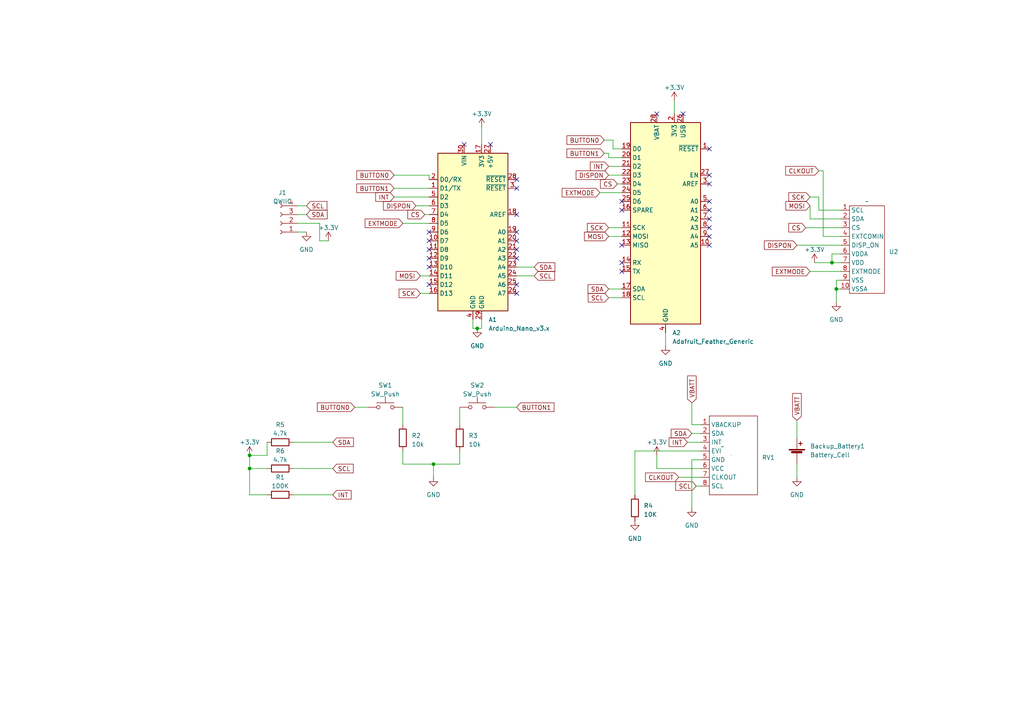
<source format=kicad_sch>
(kicad_sch (version 20230121) (generator eeschema)
  (paper "A4")
  (lib_symbols
    (symbol "Connector:Conn_01x04_Socket" (pin_names (offset 1.016) hide)
      (property "Reference" "J" (at 0 5.08 0))
      (property "Value" "Conn_01x04_Socket" (at 0 -7.62 0))
      (symbol "Conn_01x04_Socket_1_1"
        (arc (start 0 -4.572) (mid -0.5058 -5.08) (end 0 -5.588) (stroke (width 0.1524)))
        (arc (start 0 -2.032) (mid -0.5058 -2.54) (end 0 -3.048) (stroke (width 0.1524)))
        (polyline (pts (xy -1.27 -5.08) (xy -0.508 -5.08)) (stroke (width 0.1524)))
        (polyline (pts (xy -1.27 -2.54) (xy -0.508 -2.54)) (stroke (width 0.1524)))
        (polyline (pts (xy -1.27 0) (xy -0.508 0)) (stroke (width 0.1524)))
        (polyline (pts (xy -1.27 2.54) (xy -0.508 2.54)) (stroke (width 0.1524)))
        (arc (start 0 0.508) (mid -0.5058 0) (end 0 -0.508) (stroke (width 0.1524)))
        (arc (start 0 3.048) (mid -0.5058 2.54) (end 0 2.032) (stroke (width 0.1524)))
        (pin passive line (at -5.08 2.54 0) (length 3.81) (name "Pin_1") (number "1"))
        (pin passive line (at -5.08 0 0) (length 3.81) (name "Pin_2") (number "2"))
        (pin passive line (at -5.08 -2.54 0) (length 3.81) (name "Pin_3") (number "3"))
        (pin passive line (at -5.08 -5.08 0) (length 3.81) (name "Pin_4") (number "4"))
      )
    )
    (symbol "Device:Battery_Cell" (pin_numbers hide) (pin_names (offset 0) hide)
      (property "Reference" "BT" (at 2.54 2.54 0))
      (property "Value" "Battery_Cell" (at 2.54 0 0))
      (symbol "Battery_Cell_0_1"
        (rectangle (start -2.286 1.778) (end 2.286 1.524) (fill (type outline)))
        (rectangle (start -1.5748 1.1938) (end 1.4732 0.6858) (fill (type outline)))
        (polyline (pts (xy 0 0.762) (xy 0 0)))
        (polyline (pts (xy 0 1.778) (xy 0 2.54)))
        (polyline (pts (xy 0.508 3.429) (xy 1.524 3.429)) (stroke (width 0.254)))
        (polyline (pts (xy 1.016 3.937) (xy 1.016 2.921)) (stroke (width 0.254)))
      )
      (symbol "Battery_Cell_1_1"
        (pin passive line (at 0 5.08 270) (length 2.54) (name "+") (number "1"))
        (pin passive line (at 0 -2.54 90) (length 2.54) (name "-") (number "2"))
      )
    )
    (symbol "Device:R" (pin_numbers hide) (pin_names (offset 0))
      (property "Reference" "R" (at 2.032 0 90))
      (property "Value" "R" (at 0 0 90))
      (symbol "R_0_1"
        (rectangle (start -1.016 -2.54) (end 1.016 2.54) (stroke (width 0.254)))
      )
      (symbol "R_1_1"
        (pin passive line (at 0 3.81 270) (length 1.27) (name "~") (number "1"))
        (pin passive line (at 0 -3.81 90) (length 1.27) (name "~") (number "2"))
      )
    )
    (symbol "Larry_Library:RV_3032_C7"
      (property "Reference" "U" (at 2.54 10.16 0))
      (symbol "RV_3032_C7_0_1"
        (rectangle (start -3.81 8.89) (end 10.16 -13.97))
        (rectangle (start -2.54 -2.54) (end -2.54 -2.54))
        (rectangle (start -2.54 2.54) (end -2.54 2.54))
        (rectangle (start -1.27 1.27) (end -1.27 1.27))
        (rectangle (start 2.54 -2.54) (end 2.54 -2.54))
      )
      (symbol "RV_3032_C7_1_1"
        (pin output line (at -6.35 6.35 0) (length 2.54) (name "VBACKUP") (number "1"))
        (pin bidirectional line (at -6.35 3.81 0) (length 2.54) (name "SDA") (number "2"))
        (pin output line (at -6.35 1.27 0) (length 2.54) (name "INT") (number "3"))
        (pin input line (at -6.35 -1.27 0) (length 2.54) (name "EVI") (number "4"))
        (pin power_in line (at -6.35 -3.81 0) (length 2.54) (name "GND") (number "5"))
        (pin power_in line (at -6.35 -6.35 0) (length 2.54) (name "VCC") (number "6"))
        (pin output line (at -6.35 -8.89 0) (length 2.54) (name "CLKOUT") (number "7"))
        (pin input line (at -6.35 -11.43 0) (length 2.54) (name "SCL") (number "8"))
      )
    )
    (symbol "Larry_Library:Sharp_Memory_LCD"
      (property "Reference" "U" (at 0 0 0))
      (symbol "Sharp_Memory_LCD_0_1"
        (rectangle (start -5.08 -1.27) (end 5.08 -26.67))
      )
      (symbol "Sharp_Memory_LCD_1_1"
        (pin input line (at -7.62 -2.54 0) (length 2.54) (name "SCL") (number "1"))
        (pin power_in line (at -7.62 -25.4 0) (length 2.54) (name "VSSA") (number "10"))
        (pin input line (at -7.62 -5.08 0) (length 2.54) (name "SDA") (number "2"))
        (pin input line (at -7.62 -7.62 0) (length 2.54) (name "CS") (number "3"))
        (pin input line (at -7.62 -10.16 0) (length 2.54) (name "EXTCOMIN") (number "4"))
        (pin input line (at -7.62 -12.7 0) (length 2.54) (name "DISP_ON") (number "5"))
        (pin power_in line (at -7.62 -15.24 0) (length 2.54) (name "VDDA") (number "6"))
        (pin power_in line (at -7.62 -17.78 0) (length 2.54) (name "VDD") (number "7"))
        (pin input line (at -7.62 -20.32 0) (length 2.54) (name "EXTMODE") (number "8"))
        (pin power_in line (at -7.62 -22.86 0) (length 2.54) (name "VSS") (number "9"))
      )
    )
    (symbol "MCU_Module:Adafruit_Feather_Generic"
      (property "Reference" "A" (at -10.16 29.21 0))
      (property "Value" "Adafruit_Feather_Generic" (at 2.54 -31.75 0))
      (symbol "Adafruit_Feather_Generic_0_1"
        (rectangle (start -10.16 27.94) (end 10.16 -30.48) (stroke (width 0.254)) (fill (type background)))
      )
      (symbol "Adafruit_Feather_Generic_1_1"
        (pin input line (at 12.7 20.32 180) (length 2.54) (name "~{RESET}") (number "1"))
        (pin bidirectional line (at 12.7 -7.62 180) (length 2.54) (name "A5") (number "10"))
        (pin bidirectional line (at -12.7 -2.54 0) (length 2.54) (name "SCK") (number "11"))
        (pin bidirectional line (at -12.7 -5.08 0) (length 2.54) (name "MOSI") (number "12"))
        (pin bidirectional line (at -12.7 -7.62 0) (length 2.54) (name "MISO") (number "13"))
        (pin bidirectional line (at -12.7 -12.7 0) (length 2.54) (name "RX") (number "14"))
        (pin bidirectional line (at -12.7 -15.24 0) (length 2.54) (name "TX") (number "15"))
        (pin bidirectional line (at -12.7 2.54 0) (length 2.54) (name "SPARE") (number "16"))
        (pin bidirectional line (at -12.7 -20.32 0) (length 2.54) (name "SDA") (number "17"))
        (pin bidirectional line (at -12.7 -22.86 0) (length 2.54) (name "SCL") (number "18"))
        (pin bidirectional line (at -12.7 20.32 0) (length 2.54) (name "D0") (number "19"))
        (pin power_in line (at 2.54 30.48 270) (length 2.54) (name "3V3") (number "2"))
        (pin bidirectional line (at -12.7 17.78 0) (length 2.54) (name "D1") (number "20"))
        (pin bidirectional line (at -12.7 15.24 0) (length 2.54) (name "D2") (number "21"))
        (pin bidirectional line (at -12.7 12.7 0) (length 2.54) (name "D3") (number "22"))
        (pin bidirectional line (at -12.7 10.16 0) (length 2.54) (name "D4") (number "23"))
        (pin bidirectional line (at -12.7 7.62 0) (length 2.54) (name "D5") (number "24"))
        (pin bidirectional line (at -12.7 5.08 0) (length 2.54) (name "D6") (number "25"))
        (pin power_in line (at 5.08 30.48 270) (length 2.54) (name "USB") (number "26"))
        (pin input line (at 12.7 12.7 180) (length 2.54) (name "EN") (number "27"))
        (pin power_in line (at -2.54 30.48 270) (length 2.54) (name "VBAT") (number "28"))
        (pin input line (at 12.7 10.16 180) (length 2.54) (name "AREF") (number "3"))
        (pin power_in line (at 0 -33.02 90) (length 2.54) (name "GND") (number "4"))
        (pin bidirectional line (at 12.7 5.08 180) (length 2.54) (name "A0") (number "5"))
        (pin bidirectional line (at 12.7 2.54 180) (length 2.54) (name "A1") (number "6"))
        (pin bidirectional line (at 12.7 0 180) (length 2.54) (name "A2") (number "7"))
        (pin bidirectional line (at 12.7 -2.54 180) (length 2.54) (name "A3") (number "8"))
        (pin bidirectional line (at 12.7 -5.08 180) (length 2.54) (name "A4") (number "9"))
      )
    )
    (symbol "MCU_Module:Arduino_Nano_v3.x"
      (property "Reference" "A" (at -10.16 23.495 0))
      (property "Value" "Arduino_Nano_v3.x" (at 5.08 -24.13 0))
      (symbol "Arduino_Nano_v3.x_0_1"
        (rectangle (start -10.16 22.86) (end 10.16 -22.86) (stroke (width 0.254)) (fill (type background)))
      )
      (symbol "Arduino_Nano_v3.x_1_1"
        (pin bidirectional line (at -12.7 12.7 0) (length 2.54) (name "D1/TX") (number "1"))
        (pin bidirectional line (at -12.7 -2.54 0) (length 2.54) (name "D7") (number "10"))
        (pin bidirectional line (at -12.7 -5.08 0) (length 2.54) (name "D8") (number "11"))
        (pin bidirectional line (at -12.7 -7.62 0) (length 2.54) (name "D9") (number "12"))
        (pin bidirectional line (at -12.7 -10.16 0) (length 2.54) (name "D10") (number "13"))
        (pin bidirectional line (at -12.7 -12.7 0) (length 2.54) (name "D11") (number "14"))
        (pin bidirectional line (at -12.7 -15.24 0) (length 2.54) (name "D12") (number "15"))
        (pin bidirectional line (at -12.7 -17.78 0) (length 2.54) (name "D13") (number "16"))
        (pin power_out line (at 2.54 25.4 270) (length 2.54) (name "3V3") (number "17"))
        (pin input line (at 12.7 5.08 180) (length 2.54) (name "AREF") (number "18"))
        (pin bidirectional line (at 12.7 0 180) (length 2.54) (name "A0") (number "19"))
        (pin bidirectional line (at -12.7 15.24 0) (length 2.54) (name "D0/RX") (number "2"))
        (pin bidirectional line (at 12.7 -2.54 180) (length 2.54) (name "A1") (number "20"))
        (pin bidirectional line (at 12.7 -5.08 180) (length 2.54) (name "A2") (number "21"))
        (pin bidirectional line (at 12.7 -7.62 180) (length 2.54) (name "A3") (number "22"))
        (pin bidirectional line (at 12.7 -10.16 180) (length 2.54) (name "A4") (number "23"))
        (pin bidirectional line (at 12.7 -12.7 180) (length 2.54) (name "A5") (number "24"))
        (pin bidirectional line (at 12.7 -15.24 180) (length 2.54) (name "A6") (number "25"))
        (pin bidirectional line (at 12.7 -17.78 180) (length 2.54) (name "A7") (number "26"))
        (pin power_out line (at 5.08 25.4 270) (length 2.54) (name "+5V") (number "27"))
        (pin input line (at 12.7 15.24 180) (length 2.54) (name "~{RESET}") (number "28"))
        (pin power_in line (at 2.54 -25.4 90) (length 2.54) (name "GND") (number "29"))
        (pin input line (at 12.7 12.7 180) (length 2.54) (name "~{RESET}") (number "3"))
        (pin power_in line (at -2.54 25.4 270) (length 2.54) (name "VIN") (number "30"))
        (pin power_in line (at 0 -25.4 90) (length 2.54) (name "GND") (number "4"))
        (pin bidirectional line (at -12.7 10.16 0) (length 2.54) (name "D2") (number "5"))
        (pin bidirectional line (at -12.7 7.62 0) (length 2.54) (name "D3") (number "6"))
        (pin bidirectional line (at -12.7 5.08 0) (length 2.54) (name "D4") (number "7"))
        (pin bidirectional line (at -12.7 2.54 0) (length 2.54) (name "D5") (number "8"))
        (pin bidirectional line (at -12.7 0 0) (length 2.54) (name "D6") (number "9"))
      )
    )
    (symbol "Switch:SW_Push" (pin_numbers hide) (pin_names (offset 1.016) hide)
      (property "Reference" "SW" (at 1.27 2.54 0))
      (property "Value" "SW_Push" (at 0 -1.524 0))
      (symbol "SW_Push_0_1"
        (circle (center -2.032 0) (radius 0.508))
        (polyline (pts (xy 0 1.27) (xy 0 3.048)))
        (polyline (pts (xy 2.54 1.27) (xy -2.54 1.27)))
        (circle (center 2.032 0) (radius 0.508))
        (pin passive line (at -5.08 0 0) (length 2.54) (name "1") (number "1"))
        (pin passive line (at 5.08 0 180) (length 2.54) (name "2") (number "2"))
      )
    )
    (symbol "power:+3.3V" (power) (pin_names (offset 0))
      (property "Value" "+3.3V" (at 0 3.556 0))
      (symbol "+3.3V_0_1"
        (polyline (pts (xy -0.762 1.27) (xy 0 2.54)))
        (polyline (pts (xy 0 0) (xy 0 2.54)))
        (polyline (pts (xy 0 2.54) (xy 0.762 1.27)))
      )
      (symbol "+3.3V_1_1"
        (pin power_in line (at 0 0 90) (length 0) hide (name "+3.3V") (number "1"))
      )
    )
    (symbol "power:GND" (power) (pin_names (offset 0))
      (property "Value" "GND" (at 0 -3.81 0))
      (symbol "GND_0_1"
        (polyline (pts (xy 0 0) (xy 0 -1.27) (xy 1.27 -1.27) (xy 0 -2.54) (xy -1.27 -1.27) (xy 0 -1.27)))
      )
      (symbol "GND_1_1"
        (pin power_in line (at 0 0 270) (length 0) hide (name "GND") (number "1"))
      )
    )
  )
  (junction (at 72.39 132.08))
  (junction (at 72.39 135.89))
  (junction (at 242.57 83.82))
  (junction (at 138.43 95.25))
  (junction (at 241.3 76.2))
  (junction (at 125.73 134.62))
  (no_connect (at 180.34 76.2))
  (no_connect (at 205.74 43.18))
  (no_connect (at 190.5 33.02))
  (no_connect (at 198.12 33.02))
  (no_connect (at 149.86 52.07))
  (no_connect (at 180.34 60.96))
  (no_connect (at 124.46 69.85))
  (no_connect (at 205.74 63.5))
  (no_connect (at 142.24 41.91))
  (no_connect (at 205.74 60.96))
  (no_connect (at 149.86 67.31))
  (no_connect (at 149.86 69.85))
  (no_connect (at 205.74 50.8))
  (no_connect (at 205.74 53.34))
  (no_connect (at 205.74 71.12))
  (no_connect (at 180.34 78.74))
  (no_connect (at 134.62 41.91))
  (no_connect (at 205.74 68.58))
  (no_connect (at 124.46 67.31))
  (no_connect (at 149.86 62.23))
  (no_connect (at 149.86 54.61))
  (no_connect (at 149.86 85.09))
  (no_connect (at 124.46 72.39))
  (no_connect (at 149.86 82.55))
  (no_connect (at 149.86 74.93))
  (no_connect (at 149.86 72.39))
  (no_connect (at 205.74 58.42))
  (no_connect (at 205.74 66.04))
  (no_connect (at 180.34 71.12))
  (no_connect (at 124.46 77.47))
  (no_connect (at 180.34 58.42))
  (no_connect (at 124.46 82.55))
  (no_connect (at 124.46 74.93))
  (wire (pts (xy 176.53 45.72) (xy 176.53 44.45)))
  (wire (pts (xy 203.2 135.89) (xy 190.5 135.89)))
  (wire (pts (xy 231.14 71.12) (xy 243.84 71.12)))
  (wire (pts (xy 177.8 43.18) (xy 177.8 40.64)))
  (wire (pts (xy 176.53 83.82) (xy 180.34 83.82)))
  (wire (pts (xy 77.47 135.89) (xy 72.39 135.89)))
  (wire (pts (xy 143.51 118.11) (xy 149.86 118.11)))
  (wire (pts (xy 180.34 43.18) (xy 177.8 43.18)))
  (wire (pts (xy 242.57 83.82) (xy 242.57 87.63)))
  (wire (pts (xy 137.16 92.71) (xy 137.16 95.25)))
  (wire (pts (xy 121.92 80.01) (xy 124.46 80.01)))
  (wire (pts (xy 139.7 36.83) (xy 139.7 41.91)))
  (wire (pts (xy 180.34 45.72) (xy 176.53 45.72)))
  (wire (pts (xy 86.36 62.23) (xy 88.9 62.23)))
  (wire (pts (xy 133.35 134.62) (xy 125.73 134.62)))
  (wire (pts (xy 243.84 68.58) (xy 238.76 68.58)))
  (wire (pts (xy 77.47 128.27) (xy 77.47 132.08)))
  (wire (pts (xy 77.47 132.08) (xy 72.39 132.08)))
  (wire (pts (xy 124.46 50.8) (xy 124.46 52.07)))
  (wire (pts (xy 139.7 92.71) (xy 139.7 95.25)))
  (wire (pts (xy 184.15 130.81) (xy 184.15 143.51)))
  (wire (pts (xy 86.36 67.31) (xy 88.9 67.31)))
  (wire (pts (xy 237.49 57.15) (xy 234.95 57.15)))
  (wire (pts (xy 234.95 78.74) (xy 243.84 78.74)))
  (wire (pts (xy 77.47 143.51) (xy 72.39 143.51)))
  (wire (pts (xy 200.66 125.73) (xy 203.2 125.73)))
  (wire (pts (xy 241.3 76.2) (xy 241.3 73.66)))
  (wire (pts (xy 176.53 44.45) (xy 175.26 44.45)))
  (wire (pts (xy 149.86 80.01) (xy 154.94 80.01)))
  (wire (pts (xy 125.73 134.62) (xy 116.84 134.62)))
  (wire (pts (xy 241.3 76.2) (xy 243.84 76.2)))
  (wire (pts (xy 85.09 135.89) (xy 96.52 135.89)))
  (wire (pts (xy 243.84 63.5) (xy 234.95 63.5)))
  (wire (pts (xy 179.07 53.34) (xy 180.34 53.34)))
  (wire (pts (xy 116.84 64.77) (xy 124.46 64.77)))
  (wire (pts (xy 133.35 118.11) (xy 133.35 123.19)))
  (wire (pts (xy 195.58 29.21) (xy 195.58 33.02)))
  (wire (pts (xy 139.7 95.25) (xy 138.43 95.25)))
  (wire (pts (xy 116.84 118.11) (xy 116.84 123.19)))
  (wire (pts (xy 176.53 66.04) (xy 180.34 66.04)))
  (wire (pts (xy 201.93 140.97) (xy 203.2 140.97)))
  (wire (pts (xy 238.76 49.53) (xy 237.49 49.53)))
  (wire (pts (xy 234.95 63.5) (xy 234.95 59.69)))
  (wire (pts (xy 233.68 66.04) (xy 243.84 66.04)))
  (wire (pts (xy 92.71 64.77) (xy 92.71 69.85)))
  (wire (pts (xy 149.86 77.47) (xy 154.94 77.47)))
  (wire (pts (xy 190.5 135.89) (xy 190.5 132.08)))
  (wire (pts (xy 120.65 59.69) (xy 124.46 59.69)))
  (wire (pts (xy 102.87 118.11) (xy 106.68 118.11)))
  (wire (pts (xy 200.66 133.35) (xy 200.66 147.32)))
  (wire (pts (xy 193.04 96.52) (xy 193.04 100.33)))
  (wire (pts (xy 85.09 143.51) (xy 96.52 143.51)))
  (wire (pts (xy 116.84 134.62) (xy 116.84 130.81)))
  (wire (pts (xy 242.57 81.28) (xy 242.57 83.82)))
  (wire (pts (xy 238.76 68.58) (xy 238.76 49.53)))
  (wire (pts (xy 114.3 54.61) (xy 124.46 54.61)))
  (wire (pts (xy 86.36 59.69) (xy 88.9 59.69)))
  (wire (pts (xy 123.19 62.23) (xy 124.46 62.23)))
  (wire (pts (xy 176.53 86.36) (xy 180.34 86.36)))
  (wire (pts (xy 173.99 55.88) (xy 180.34 55.88)))
  (wire (pts (xy 199.39 128.27) (xy 203.2 128.27)))
  (wire (pts (xy 231.14 134.62) (xy 231.14 138.43)))
  (wire (pts (xy 243.84 81.28) (xy 242.57 81.28)))
  (wire (pts (xy 236.22 76.2) (xy 241.3 76.2)))
  (wire (pts (xy 243.84 60.96) (xy 237.49 60.96)))
  (wire (pts (xy 196.85 138.43) (xy 203.2 138.43)))
  (wire (pts (xy 241.3 73.66) (xy 243.84 73.66)))
  (wire (pts (xy 72.39 143.51) (xy 72.39 135.89)))
  (wire (pts (xy 86.36 64.77) (xy 92.71 64.77)))
  (wire (pts (xy 203.2 130.81) (xy 184.15 130.81)))
  (wire (pts (xy 203.2 133.35) (xy 200.66 133.35)))
  (wire (pts (xy 176.53 68.58) (xy 180.34 68.58)))
  (wire (pts (xy 137.16 95.25) (xy 138.43 95.25)))
  (wire (pts (xy 231.14 121.92) (xy 231.14 127)))
  (wire (pts (xy 92.71 69.85) (xy 95.25 69.85)))
  (wire (pts (xy 114.3 57.15) (xy 124.46 57.15)))
  (wire (pts (xy 114.3 50.8) (xy 124.46 50.8)))
  (wire (pts (xy 133.35 130.81) (xy 133.35 134.62)))
  (wire (pts (xy 242.57 83.82) (xy 243.84 83.82)))
  (wire (pts (xy 176.53 48.26) (xy 180.34 48.26)))
  (wire (pts (xy 177.8 40.64) (xy 175.26 40.64)))
  (wire (pts (xy 200.66 123.19) (xy 203.2 123.19)))
  (wire (pts (xy 125.73 138.43) (xy 125.73 134.62)))
  (wire (pts (xy 85.09 128.27) (xy 96.52 128.27)))
  (wire (pts (xy 237.49 60.96) (xy 237.49 57.15)))
  (wire (pts (xy 176.53 50.8) (xy 180.34 50.8)))
  (wire (pts (xy 72.39 135.89) (xy 72.39 132.08)))
  (wire (pts (xy 121.92 85.09) (xy 124.46 85.09)))
  (wire (pts (xy 200.66 116.84) (xy 200.66 123.19)))
  (global_label "BUTTON0" (shape input) (at 175.26 40.64 180) (property "Intersheetrefs" "${INTERSHEET_REFS}" (effects hide)))
  (global_label "SCL" (shape input) (at 96.52 135.89 0) (property "Intersheetrefs" "${INTERSHEET_REFS}" (effects hide)))
  (global_label "SCK" (shape input) (at 121.92 85.09 180) (property "Intersheetrefs" "${INTERSHEET_REFS}" (effects hide)))
  (global_label "MOSI" (shape input) (at 176.53 68.58 180) (property "Intersheetrefs" "${INTERSHEET_REFS}" (effects hide)))
  (global_label "CS" (shape input) (at 123.19 62.23 180) (property "Intersheetrefs" "${INTERSHEET_REFS}" (effects hide)))
  (global_label "SCK" (shape input) (at 234.95 57.15 180) (property "Intersheetrefs" "${INTERSHEET_REFS}" (effects hide)))
  (global_label "EXTMODE" (shape input) (at 116.84 64.77 180) (property "Intersheetrefs" "${INTERSHEET_REFS}" (effects hide)))
  (global_label "BUTTON1" (shape input) (at 175.26 44.45 180) (property "Intersheetrefs" "${INTERSHEET_REFS}" (effects hide)))
  (global_label "SDA" (shape input) (at 176.53 83.82 180) (property "Intersheetrefs" "${INTERSHEET_REFS}" (effects hide)))
  (global_label "EXTMODE" (shape input) (at 173.99 55.88 180) (property "Intersheetrefs" "${INTERSHEET_REFS}" (effects hide)))
  (global_label "VBATT" (shape input) (at 200.66 116.84 90) (property "Intersheetrefs" "${INTERSHEET_REFS}" (effects hide)))
  (global_label "SDA" (shape input) (at 96.52 128.27 0) (property "Intersheetrefs" "${INTERSHEET_REFS}" (effects hide)))
  (global_label "BUTTON1" (shape input) (at 149.86 118.11 0) (property "Intersheetrefs" "${INTERSHEET_REFS}" (effects hide)))
  (global_label "SDA" (shape input) (at 200.66 125.73 180) (property "Intersheetrefs" "${INTERSHEET_REFS}" (effects hide)))
  (global_label "CLKOUT" (shape input) (at 237.49 49.53 180) (property "Intersheetrefs" "${INTERSHEET_REFS}" (effects hide)))
  (global_label "BUTTON0" (shape input) (at 114.3 50.8 180) (property "Intersheetrefs" "${INTERSHEET_REFS}" (effects hide)))
  (global_label "INT" (shape input) (at 96.52 143.51 0) (property "Intersheetrefs" "${INTERSHEET_REFS}" (effects hide)))
  (global_label "INT" (shape input) (at 114.3 57.15 180) (property "Intersheetrefs" "${INTERSHEET_REFS}" (effects hide)))
  (global_label "EXTMODE" (shape input) (at 234.95 78.74 180) (property "Intersheetrefs" "${INTERSHEET_REFS}" (effects hide)))
  (global_label "SCL" (shape input) (at 88.9 59.69 0) (property "Intersheetrefs" "${INTERSHEET_REFS}" (effects hide)))
  (global_label "BUTTON0" (shape input) (at 102.87 118.11 180) (property "Intersheetrefs" "${INTERSHEET_REFS}" (effects hide)))
  (global_label "SDA" (shape input) (at 88.9 62.23 0) (property "Intersheetrefs" "${INTERSHEET_REFS}" (effects hide)))
  (global_label "BUTTON1" (shape input) (at 114.3 54.61 180) (property "Intersheetrefs" "${INTERSHEET_REFS}" (effects hide)))
  (global_label "SDA" (shape input) (at 154.94 77.47 0) (property "Intersheetrefs" "${INTERSHEET_REFS}" (effects hide)))
  (global_label "MOSI" (shape input) (at 234.95 59.69 180) (property "Intersheetrefs" "${INTERSHEET_REFS}" (effects hide)))
  (global_label "CS" (shape input) (at 179.07 53.34 180) (property "Intersheetrefs" "${INTERSHEET_REFS}" (effects hide)))
  (global_label "MOSI" (shape input) (at 121.92 80.01 180) (property "Intersheetrefs" "${INTERSHEET_REFS}" (effects hide)))
  (global_label "VBATT" (shape input) (at 231.14 121.92 90) (property "Intersheetrefs" "${INTERSHEET_REFS}" (effects hide)))
  (global_label "DISPON" (shape input) (at 231.14 71.12 180) (property "Intersheetrefs" "${INTERSHEET_REFS}" (effects hide)))
  (global_label "INT" (shape input) (at 176.53 48.26 180) (property "Intersheetrefs" "${INTERSHEET_REFS}" (effects hide)))
  (global_label "INT" (shape input) (at 199.39 128.27 180) (property "Intersheetrefs" "${INTERSHEET_REFS}" (effects hide)))
  (global_label "CLKOUT" (shape input) (at 196.85 138.43 180) (property "Intersheetrefs" "${INTERSHEET_REFS}" (effects hide)))
  (global_label "CS" (shape input) (at 233.68 66.04 180) (property "Intersheetrefs" "${INTERSHEET_REFS}" (effects hide)))
  (global_label "DISPON" (shape input) (at 120.65 59.69 180) (property "Intersheetrefs" "${INTERSHEET_REFS}" (effects hide)))
  (global_label "SCL" (shape input) (at 176.53 86.36 180) (property "Intersheetrefs" "${INTERSHEET_REFS}" (effects hide)))
  (global_label "DISPON" (shape input) (at 176.53 50.8 180) (property "Intersheetrefs" "${INTERSHEET_REFS}" (effects hide)))
  (global_label "SCL" (shape input) (at 154.94 80.01 0) (property "Intersheetrefs" "${INTERSHEET_REFS}" (effects hide)))
  (global_label "SCL" (shape input) (at 201.93 140.97 180) (property "Intersheetrefs" "${INTERSHEET_REFS}" (effects hide)))
  (global_label "SCK" (shape input) (at 176.53 66.04 180) (property "Intersheetrefs" "${INTERSHEET_REFS}" (effects hide)))
  (symbol (lib_id "Device:R") (at 81.28 135.89 90) (unit 1)
    (property "Reference" "R6" (at 81.28 130.81 90))
    (property "Value" "4.7k" (at 81.28 133.35 90))
    (property "Footprint" "Resistor_SMD:R_0603_1608Metric" (effects hide))
  )
  (symbol (lib_id "Device:R") (at 81.28 143.51 90) (unit 1)
    (property "Reference" "R1" (at 81.28 138.43 90))
    (property "Value" "100K" (at 81.28 140.97 90))
    (property "Footprint" "Resistor_SMD:R_0603_1608Metric" (effects hide))
  )
  (symbol (lib_id "MCU_Module:Adafruit_Feather_Generic") (at 193.04 63.5 0) (unit 1)
    (property "Reference" "A2" (at 194.9959 96.52 0) (effects (justify left)))
    (property "Value" "Adafruit_Feather_Generic" (at 194.9959 99.06 0) (effects (justify left)))
    (property "Footprint" "Module:Adafruit_Feather" (effects hide))
    (property "Datasheet" "https://cdn-learn.adafruit.com/downloads/pdf/adafruit-feather.pdf" (effects hide))
  )
  (symbol (lib_id "Switch:SW_Push") (at 138.43 118.11 0) (unit 1)
    (property "Reference" "SW2" (at 138.43 111.76 0))
    (property "Value" "SW_Push" (at 138.43 114.3 0))
    (property "Footprint" "Button_Switch_SMD:SW_Push_1P1T_NO_Vertical_Wuerth_434133025816" (effects hide))
  )
  (symbol (lib_id "power:+3.3V") (at 190.5 132.08 0) (unit 1)
    (property "Reference" "#PWR08" (effects hide))
    (property "Value" "+3.3V" (at 190.5 128.27 0))
  )
  (symbol (lib_id "power:GND") (at 88.9 67.31 0) (unit 1)
    (property "Reference" "#PWR01" (effects hide))
    (property "Value" "GND" (at 88.9 72.39 0))
  )
  (symbol (lib_id "power:+3.3V") (at 195.58 29.21 0) (unit 1)
    (property "Reference" "#PWR010" (effects hide))
    (property "Value" "+3.3V" (at 195.58 25.4 0))
  )
  (symbol (lib_id "Device:R") (at 184.15 147.32 0) (unit 1)
    (property "Reference" "R4" (at 186.69 146.685 0) (effects (justify left)))
    (property "Value" "10K" (at 186.69 149.225 0) (effects (justify left)))
    (property "Footprint" "Resistor_SMD:R_0603_1608Metric" (effects hide))
  )
  (symbol (lib_id "power:GND") (at 138.43 95.25 0) (unit 1)
    (property "Reference" "#PWR014" (effects hide))
    (property "Value" "GND" (at 138.43 100.33 0))
  )
  (symbol (lib_id "Device:Battery_Cell") (at 231.14 132.08 0) (unit 1)
    (property "Reference" "Backup_Battery1" (at 234.95 129.413 0) (effects (justify left)))
    (property "Value" "Battery_Cell" (at 234.95 131.953 0) (effects (justify left)))
    (property "Footprint" "Battery:CR44_Tabs" (effects hide))
  )
  (symbol (lib_id "Larry_Library:Sharp_Memory_LCD") (at 251.46 58.42 0) (unit 1)
    (property "Reference" "U2" (at 257.81 73.025 0) (effects (justify left)))
    (property "Value" "~" (at 251.46 58.42 0))
    (property "Footprint" "Connector_FFC-FPC:TE_1-1734839-0_1x10-1MP_P0.5mm_Horizontal" (effects hide))
  )
  (symbol (lib_id "power:+3.3V") (at 236.22 76.2 0) (unit 1)
    (property "Reference" "#PWR07" (effects hide))
    (property "Value" "+3.3V" (at 236.22 72.39 0))
  )
  (symbol (lib_id "power:+3.3V") (at 95.25 69.85 0) (unit 1)
    (property "Reference" "#PWR02" (effects hide))
    (property "Value" "+3.3V" (at 95.25 66.04 0))
  )
  (symbol (lib_id "Switch:SW_Push") (at 111.76 118.11 0) (unit 1)
    (property "Reference" "SW1" (at 111.76 111.76 0))
    (property "Value" "SW_Push" (at 111.76 114.3 0))
    (property "Footprint" "Button_Switch_SMD:SW_Push_1P1T_NO_Vertical_Wuerth_434133025816" (effects hide))
  )
  (symbol (lib_id "Device:R") (at 133.35 127 0) (unit 1)
    (property "Reference" "R3" (at 135.89 126.365 0) (effects (justify left)))
    (property "Value" "10k" (at 135.89 128.905 0) (effects (justify left)))
    (property "Footprint" "Resistor_SMD:R_0603_1608Metric" (effects hide))
  )
  (symbol (lib_id "power:GND") (at 125.73 138.43 0) (unit 1)
    (property "Reference" "#PWR04" (effects hide))
    (property "Value" "GND" (at 125.73 143.51 0))
  )
  (symbol (lib_id "power:GND") (at 193.04 100.33 0) (unit 1)
    (property "Reference" "#PWR013" (effects hide))
    (property "Value" "GND" (at 193.04 105.41 0))
  )
  (symbol (lib_id "Larry_Library:RV_3032_C7") (at 209.55 129.54 0) (unit 1)
    (property "Reference" "RV1" (at 220.98 132.715 0) (effects (justify left)))
    (property "Value" "~" (at 209.55 129.54 0))
    (property "Footprint" "Sensor:RV_3032_C7" (effects hide))
  )
  (symbol (lib_id "power:+3.3V") (at 139.7 36.83 0) (unit 1)
    (property "Reference" "#PWR03" (effects hide))
    (property "Value" "+3.3V" (at 139.7 33.02 0))
  )
  (symbol (lib_id "Connector:Conn_01x04_Socket") (at 81.28 64.77 180) (unit 1)
    (property "Reference" "J1" (at 81.915 55.88 0))
    (property "Value" "QWIIC" (at 81.915 58.42 0))
    (property "Footprint" "Connector_JST:JST_SH_SM04B-SRSS-TB_1x04-1MP_P1.00mm_Horizontal" (effects hide))
  )
  (symbol (lib_id "power:+3.3V") (at 72.39 132.08 0) (unit 1)
    (property "Reference" "#PWR05" (effects hide))
    (property "Value" "+3.3V" (at 72.39 128.27 0))
  )
  (symbol (lib_id "Device:R") (at 81.28 128.27 90) (unit 1)
    (property "Reference" "R5" (at 81.28 123.19 90))
    (property "Value" "4.7k" (at 81.28 125.73 90))
    (property "Footprint" "Resistor_SMD:R_0603_1608Metric" (effects hide))
  )
  (symbol (lib_id "Device:R") (at 116.84 127 0) (unit 1)
    (property "Reference" "R2" (at 119.38 126.365 0) (effects (justify left)))
    (property "Value" "10k" (at 119.38 128.905 0) (effects (justify left)))
    (property "Footprint" "Resistor_SMD:R_0603_1608Metric" (effects hide))
  )
  (symbol (lib_id "MCU_Module:Arduino_Nano_v3.x") (at 137.16 67.31 0) (unit 1)
    (property "Reference" "A1" (at 141.6559 92.71 0) (effects (justify left)))
    (property "Value" "Arduino_Nano_v3.x" (at 141.6559 95.25 0) (effects (justify left)))
    (property "Footprint" "Module:Arduino_Nano" (effects hide))
    (property "Datasheet" "http://www.mouser.com/pdfdocs/Gravitech_Arduino_Nano3_0.pdf" (effects hide))
  )
  (symbol (lib_id "power:GND") (at 231.14 138.43 0) (unit 1)
    (property "Reference" "#PWR012" (effects hide))
    (property "Value" "GND" (at 231.14 143.51 0))
  )
  (symbol (lib_id "power:GND") (at 242.57 87.63 0) (unit 1)
    (property "Reference" "#PWR011" (effects hide))
    (property "Value" "GND" (at 242.57 92.71 0))
  )
  (symbol (lib_id "power:GND") (at 184.15 151.13 0) (unit 1)
    (property "Reference" "#PWR06" (effects hide))
    (property "Value" "GND" (at 184.15 156.21 0))
  )
  (symbol (lib_id "power:GND") (at 200.66 147.32 0) (unit 1)
    (property "Reference" "#PWR09" (effects hide))
    (property "Value" "GND" (at 200.66 152.4 0))
  )
)
</source>
